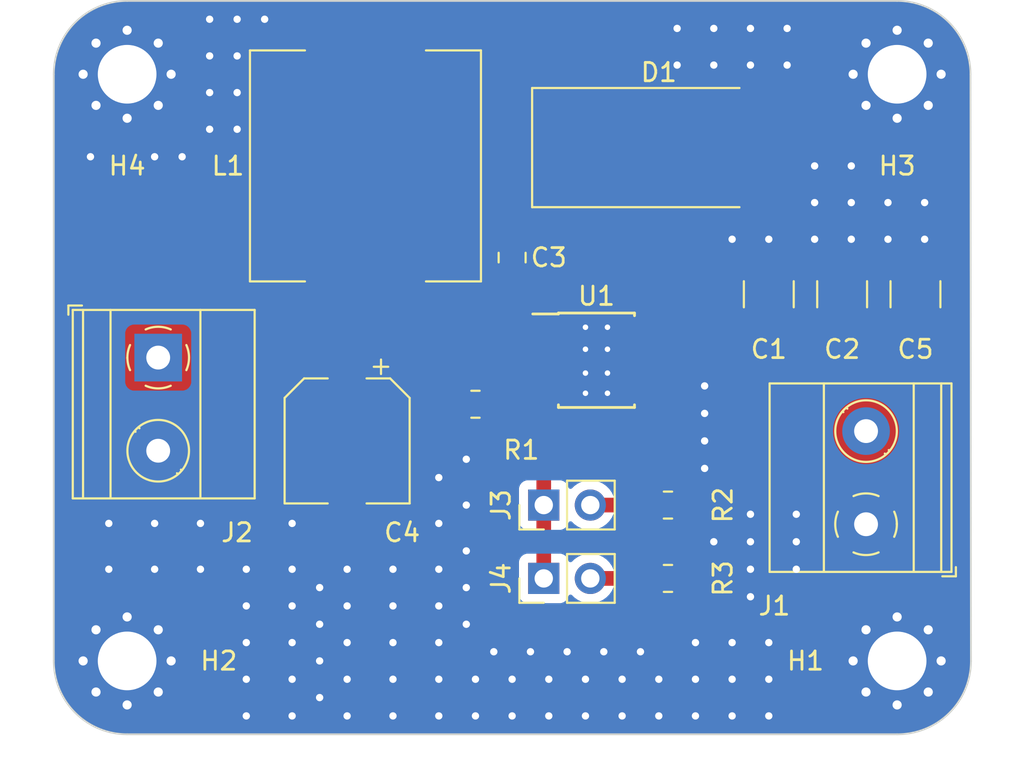
<source format=kicad_pcb>
(kicad_pcb (version 20240108) (generator "pcbnew") (generator_version "8.0")
  (title_block (title "TPS5430-5V,3V3") (date "2024-02-20"))
  (layers (0 "F.Cu" signal) (31 "B.Cu" signal) (34 "B.Paste" user) (35 "F.Paste" user) (36 "B.SilkS" user "B.Silkscreen") (37 "F.SilkS" user "F.Silkscreen") (38 "B.Mask" user) (39 "F.Mask" user) (44 "Edge.Cuts" user))
  (net 0 "")
  (net 1 "/VIN")
  (net 2 "GND")
  (net 3 "Net-(U1-BOOT)")
  (net 4 "/PH")
  (net 5 "/VOUT")
  (net 6 "Net-(J3-Pin_1)")
  (net 7 "Net-(J3-Pin_2)")
  (net 8 "Net-(J4-Pin_2)")
  (footprint "MountingHole:MountingHole_3.2mm_M3_Pad_Via" (layer "F.Cu") (at 127.2975 50.5)
    (property "Reference" "H3" (at 0 5 0) (layer "F.SilkS"))
    (property "Value" "MountingHole_Pad")
    (pad "1" thru_hole circle (at -2.4 0) (size 0.8 0.8) (drill 0.5) (layers "*.Cu" "*.Mask") (net 2 "GND"))
    (pad "1" thru_hole circle (at -1.697056 -1.697056) (size 0.8 0.8) (drill 0.5) (layers "*.Cu" "*.Mask") (net 2 "GND"))
    (pad "1" thru_hole circle (at -1.697056 1.697056) (size 0.8 0.8) (drill 0.5) (layers "*.Cu" "*.Mask") (net 2 "GND"))
    (pad "1" thru_hole circle (at 0 -2.4) (size 0.8 0.8) (drill 0.5) (layers "*.Cu" "*.Mask") (net 2 "GND"))
    (pad "1" thru_hole circle (at 0 0) (size 6.4 6.4) (drill 3.2) (layers "*.Cu" "*.Mask") (net 2 "GND"))
    (pad "1" thru_hole circle (at 0 2.4) (size 0.8 0.8) (drill 0.5) (layers "*.Cu" "*.Mask") (net 2 "GND"))
    (pad "1" thru_hole circle (at 1.697056 -1.697056) (size 0.8 0.8) (drill 0.5) (layers "*.Cu" "*.Mask") (net 2 "GND"))
    (pad "1" thru_hole circle (at 1.697056 1.697056) (size 0.8 0.8) (drill 0.5) (layers "*.Cu" "*.Mask") (net 2 "GND"))
    (pad "1" thru_hole circle (at 2.4 0) (size 0.8 0.8) (drill 0.5) (layers "*.Cu" "*.Mask") (net 2 "GND"))
  )
  (footprint "Capacitor_SMD:C_1210_3225Metric_Pad1.33x2.70mm_HandSolder" (layer "F.Cu") (at 124.2975 62.5 90)
    (property "Reference" "C2" (at -3 0 0) (layer "F.SilkS"))
    (property "Value" "10uF")
    (fp_line (start -0.711252 -1.36) (end 0.711252 -1.36) (stroke (width 0.12)) (layer "F.SilkS"))
    (fp_line (start -0.711252 1.36) (end 0.711252 1.36) (stroke (width 0.12)) (layer "F.SilkS"))
    (pad "1" smd roundrect (at -1.5625 0 90) (size 1.325 2.7) (layers "F.Cu" "F.Paste" "F.Mask") (roundrect_rratio 0.188679) (net 1 "/VIN"))
    (pad "2" smd roundrect (at 1.5625 0 90) (size 1.325 2.7) (layers "F.Cu" "F.Paste" "F.Mask") (roundrect_rratio 0.188679) (net 2 "GND"))
  )
  (footprint "Resistor_SMD:R_0805_2012Metric_Pad1.20x1.40mm_HandSolder" (layer "F.Cu") (at 114.7975 78)
    (property "Reference" "R3" (at 3 0 90) (layer "F.SilkS"))
    (property "Value" "5.90k")
    (fp_line (start -0.227064 -0.735) (end 0.227064 -0.735) (stroke (width 0.12)) (layer "F.SilkS"))
    (fp_line (start -0.227064 0.735) (end 0.227064 0.735) (stroke (width 0.12)) (layer "F.SilkS"))
    (pad "1" smd roundrect (at -1 0) (size 1.2 1.4) (layers "F.Cu" "F.Paste" "F.Mask") (roundrect_rratio 0.208333) (net 8 "Net-(J4-Pin_2)"))
    (pad "2" smd roundrect (at 1 0) (size 1.2 1.4) (layers "F.Cu" "F.Paste" "F.Mask") (roundrect_rratio 0.208333) (net 2 "GND"))
  )
  (footprint "Capacitor_SMD:C_1210_3225Metric_Pad1.33x2.70mm_HandSolder" (layer "F.Cu") (at 128.2975 62.499999 90)
    (property "Reference" "C5" (at -2.999999 0 0) (layer "F.SilkS"))
    (property "Value" "10uF")
    (fp_line (start -0.711252 -1.36) (end 0.711252 -1.36) (stroke (width 0.12)) (layer "F.SilkS"))
    (fp_line (start -0.711252 1.36) (end 0.711252 1.36) (stroke (width 0.12)) (layer "F.SilkS"))
    (pad "1" smd roundrect (at -1.5625 0 90) (size 1.325 2.7) (layers "F.Cu" "F.Paste" "F.Mask") (roundrect_rratio 0.188679) (net 1 "/VIN"))
    (pad "2" smd roundrect (at 1.5625 0 90) (size 1.325 2.7) (layers "F.Cu" "F.Paste" "F.Mask") (roundrect_rratio 0.188679) (net 2 "GND"))
  )
  (footprint "MountingHole:MountingHole_3.2mm_M3_Pad_Via" (layer "F.Cu") (at 85.2975 50.5)
    (property "Reference" "H4" (at 0 5 0) (layer "F.SilkS"))
    (property "Value" "MountingHole_Pad")
    (pad "1" thru_hole circle (at -2.4 0) (size 0.8 0.8) (drill 0.5) (layers "*.Cu" "*.Mask") (net 2 "GND"))
    (pad "1" thru_hole circle (at -1.697056 -1.697056) (size 0.8 0.8) (drill 0.5) (layers "*.Cu" "*.Mask") (net 2 "GND"))
    (pad "1" thru_hole circle (at -1.697056 1.697056) (size 0.8 0.8) (drill 0.5) (layers "*.Cu" "*.Mask") (net 2 "GND"))
    (pad "1" thru_hole circle (at 0 -2.4) (size 0.8 0.8) (drill 0.5) (layers "*.Cu" "*.Mask") (net 2 "GND"))
    (pad "1" thru_hole circle (at 0 0) (size 6.4 6.4) (drill 3.2) (layers "*.Cu" "*.Mask") (net 2 "GND"))
    (pad "1" thru_hole circle (at 0 2.4) (size 0.8 0.8) (drill 0.5) (layers "*.Cu" "*.Mask") (net 2 "GND"))
    (pad "1" thru_hole circle (at 1.697056 -1.697056) (size 0.8 0.8) (drill 0.5) (layers "*.Cu" "*.Mask") (net 2 "GND"))
    (pad "1" thru_hole circle (at 1.697056 1.697056) (size 0.8 0.8) (drill 0.5) (layers "*.Cu" "*.Mask") (net 2 "GND"))
    (pad "1" thru_hole circle (at 2.4 0) (size 0.8 0.8) (drill 0.5) (layers "*.Cu" "*.Mask") (net 2 "GND"))
  )
  (footprint "Capacitor_SMD:C_0805_2012Metric_Pad1.18x1.45mm_HandSolder" (layer "F.Cu") (at 106.2975 60.5 90)
    (property "Reference" "C3" (at 0 2 180) (layer "F.SilkS"))
    (property "Value" "10nF")
    (fp_line (start -0.261252 -0.735) (end 0.261252 -0.735) (stroke (width 0.12)) (layer "F.SilkS"))
    (fp_line (start -0.261252 0.735) (end 0.261252 0.735) (stroke (width 0.12)) (layer "F.SilkS"))
    (pad "1" smd roundrect (at -1.0375 0 90) (size 1.175 1.45) (layers "F.Cu" "F.Paste" "F.Mask") (roundrect_rratio 0.212766) (net 3 "Net-(U1-BOOT)"))
    (pad "2" smd roundrect (at 1.0375 0 90) (size 1.175 1.45) (layers "F.Cu" "F.Paste" "F.Mask") (roundrect_rratio 0.212766) (net 4 "/PH"))
  )
  (footprint "Diode_SMD:D_SMC_Handsoldering" (layer "F.Cu") (at 114.2975 54.5)
    (property "Reference" "D1" (at 0 -4.1 0) (layer "F.SilkS"))
    (property "Value" "D_Schottky")
    (fp_line (start -6.91 -3.25) (end 4.4 -3.25) (stroke (width 0.12)) (layer "F.SilkS"))
    (fp_line (start -6.91 3.25) (end -6.91 -3.25) (stroke (width 0.12)) (layer "F.SilkS"))
    (fp_line (start -6.91 3.25) (end 4.4 3.25) (stroke (width 0.12)) (layer "F.SilkS"))
    (pad "1" smd roundrect (at -4.4 0 90) (size 3.3 4.5) (layers "F.Cu" "F.Paste" "F.Mask") (roundrect_rratio 0.0757575758) (net 4 "/PH"))
    (pad "2" smd roundrect (at 4.4 0 90) (size 3.3 4.5) (layers "F.Cu" "F.Paste" "F.Mask") (roundrect_rratio 0.0757575758) (net 2 "GND"))
  )
  (footprint "Resistor_SMD:R_0805_2012Metric_Pad1.20x1.40mm_HandSolder" (layer "F.Cu") (at 104.2975 68.5)
    (property "Reference" "R1" (at 2.5 2.5 180) (layer "F.SilkS"))
    (property "Value" "10k")
    (fp_line (start -0.227064 -0.735) (end 0.227064 -0.735) (stroke (width 0.12)) (layer "F.SilkS"))
    (fp_line (start -0.227064 0.735) (end 0.227064 0.735) (stroke (width 0.12)) (layer "F.SilkS"))
    (pad "1" smd roundrect (at -1 0) (size 1.2 1.4) (layers "F.Cu" "F.Paste" "F.Mask") (roundrect_rratio 0.208333) (net 5 "/VOUT"))
    (pad "2" smd roundrect (at 1 0) (size 1.2 1.4) (layers "F.Cu" "F.Paste" "F.Mask") (roundrect_rratio 0.208333) (net 6 "Net-(J3-Pin_1)"))
  )
  (footprint "Connector_PinHeader_2.54mm:PinHeader_1x02_P2.54mm_Vertical" (layer "F.Cu") (at 108.0225 78 90)
    (property "Reference" "J4" (at 0 -2.33 90) (layer "F.SilkS"))
    (property "Value" "Conn_01x02_Socket")
    (fp_line (start -1.33 -1.33) (end 0 -1.33) (stroke (width 0.12)) (layer "F.SilkS"))
    (fp_line (start -1.33 0) (end -1.33 -1.33) (stroke (width 0.12)) (layer "F.SilkS"))
    (fp_line (start 1.33 1.27) (end 1.33 3.87) (stroke (width 0.12)) (layer "F.SilkS"))
    (fp_line (start -1.33 1.27) (end 1.33 1.27) (stroke (width 0.12)) (layer "F.SilkS"))
    (fp_line (start -1.33 1.27) (end -1.33 3.87) (stroke (width 0.12)) (layer "F.SilkS"))
    (fp_line (start -1.33 3.87) (end 1.33 3.87) (stroke (width 0.12)) (layer "F.SilkS"))
    (pad "1" thru_hole rect (at 0 0 90) (size 1.7 1.7) (drill 1) (layers "*.Cu" "*.Mask") (net 6 "Net-(J3-Pin_1)"))
    (pad "2" thru_hole oval (at 0 2.54 90) (size 1.7 1.7) (drill 1) (layers "*.Cu" "*.Mask") (net 8 "Net-(J4-Pin_2)"))
  )
  (footprint "MountingHole:MountingHole_3.2mm_M3_Pad_Via" (layer "F.Cu") (at 85.2975 82.5)
    (property "Reference" "H2" (at 5 0 0) (layer "F.SilkS"))
    (property "Value" "MountingHole_Pad")
    (pad "1" thru_hole circle (at -2.4 0) (size 0.8 0.8) (drill 0.5) (layers "*.Cu" "*.Mask") (net 2 "GND"))
    (pad "1" thru_hole circle (at -1.697056 -1.697056) (size 0.8 0.8) (drill 0.5) (layers "*.Cu" "*.Mask") (net 2 "GND"))
    (pad "1" thru_hole circle (at -1.697056 1.697056) (size 0.8 0.8) (drill 0.5) (layers "*.Cu" "*.Mask") (net 2 "GND"))
    (pad "1" thru_hole circle (at 0 -2.4) (size 0.8 0.8) (drill 0.5) (layers "*.Cu" "*.Mask") (net 2 "GND"))
    (pad "1" thru_hole circle (at 0 0) (size 6.4 6.4) (drill 3.2) (layers "*.Cu" "*.Mask") (net 2 "GND"))
    (pad "1" thru_hole circle (at 0 2.4) (size 0.8 0.8) (drill 0.5) (layers "*.Cu" "*.Mask") (net 2 "GND"))
    (pad "1" thru_hole circle (at 1.697056 -1.697056) (size 0.8 0.8) (drill 0.5) (layers "*.Cu" "*.Mask") (net 2 "GND"))
    (pad "1" thru_hole circle (at 1.697056 1.697056) (size 0.8 0.8) (drill 0.5) (layers "*.Cu" "*.Mask") (net 2 "GND"))
    (pad "1" thru_hole circle (at 2.4 0) (size 0.8 0.8) (drill 0.5) (layers "*.Cu" "*.Mask") (net 2 "GND"))
  )
  (footprint "Capacitor_SMD:CP_Elec_6.3x5.9" (layer "F.Cu") (at 97.2975 70.5 -90)
    (property "Reference" "C4" (at 5 -3 180) (layer "F.SilkS"))
    (property "Value" "220uF")
    (fp_line (start -2.345563 3.41) (end 3.41 3.41) (stroke (width 0.12)) (layer "F.SilkS"))
    (fp_line (start 3.41 3.41) (end 3.41 1.06) (stroke (width 0.12)) (layer "F.SilkS"))
    (fp_line (start -3.41 2.345563) (end -2.345563 3.41) (stroke (width 0.12)) (layer "F.SilkS"))
    (fp_line (start -3.41 2.345563) (end -3.41 1.06) (stroke (width 0.12)) (layer "F.SilkS"))
    (fp_line (start -4.4375 -1.8475) (end -3.65 -1.8475) (stroke (width 0.12)) (layer "F.SilkS"))
    (fp_line (start -4.04375 -2.24125) (end -4.04375 -1.45375) (stroke (width 0.12)) (layer "F.SilkS"))
    (fp_line (start -3.41 -2.345563) (end -3.41 -1.06) (stroke (width 0.12)) (layer "F.SilkS"))
    (fp_line (start -3.41 -2.345563) (end -2.345563 -3.41) (stroke (width 0.12)) (layer "F.SilkS"))
    (fp_line (start -2.345563 -3.41) (end 3.41 -3.41) (stroke (width 0.12)) (layer "F.SilkS"))
    (fp_line (start 3.41 -3.41) (end 3.41 -1.06) (stroke (width 0.12)) (layer "F.SilkS"))
    (pad "1" smd roundrect (at -2.8 0 270) (size 3.5 1.6) (layers "F.Cu" "F.Paste" "F.Mask") (roundrect_rratio 0.15625) (net 5 "/VOUT"))
    (pad "2" smd roundrect (at 2.8 0 270) (size 3.5 1.6) (layers "F.Cu" "F.Paste" "F.Mask") (roundrect_rratio 0.15625) (net 2 "GND"))
  )
  (footprint "TerminalBlock_Phoenix:TerminalBlock_Phoenix_MKDS-1,5-2-5.08_1x02_P5.08mm_Horizontal" (layer "F.Cu") (at 125.6025 75.045 90)
    (property "Reference" "J1" (at -4.455 -5 180) (layer "F.SilkS"))
    (property "Value" "Screw_Terminal_01x02")
    (fp_line (start 7.68 -5.261) (end 7.68 4.66) (stroke (width 0.12)) (layer "F.SilkS"))
    (fp_line (start -2.6 -5.261) (end 7.68 -5.261) (stroke (width 0.12)) (layer "F.SilkS"))
    (fp_line (start -2.6 -5.261) (end -2.6 4.66) (stroke (width 0.12)) (layer "F.SilkS"))
    (fp_line (start -2.6 -2.301) (end 7.68 -2.301) (stroke (width 0.12)) (layer "F.SilkS"))
    (fp_line (start 6.15 -1.275) (end 6.115 -1.239) (stroke (width 0.12)) (layer "F.SilkS"))
    (fp_line (start 6.355 -1.069) (end 6.308 -1.023) (stroke (width 0.12)) (layer "F.SilkS"))
    (fp_line (start 3.853 1.023) (end 3.806 1.069) (stroke (width 0.12)) (layer "F.SilkS"))
    (fp_line (start 4.046 1.239) (end 4.011 1.274) (stroke (width 0.12)) (layer "F.SilkS"))
    (fp_line (start -2.6 2.6) (end 7.68 2.6) (stroke (width 0.12)) (layer "F.SilkS"))
    (fp_line (start -2.6 4.1) (end 7.68 4.1) (stroke (width 0.12)) (layer "F.SilkS"))
    (fp_line (start -2.84 4.16) (end -2.84 4.9) (stroke (width 0.12)) (layer "F.SilkS"))
    (fp_line (start -2.6 4.66) (end 7.68 4.66) (stroke (width 0.12)) (layer "F.SilkS"))
    (fp_line (start -2.84 4.9) (end -2.34 4.9) (stroke (width 0.12)) (layer "F.SilkS"))
    (fp_arc (start -0.683042 -1.535427) (mid 0.000524 -1.680501) (end 0.684 -1.535) (stroke (width 0.12)) (layer "F.SilkS"))
    (fp_arc (start 1.535427 -0.683042) (mid 1.680501 0.000524) (end 1.535 0.684) (stroke (width 0.12)) (layer "F.SilkS"))
    (fp_arc (start -1.535427 0.683042) (mid -1.680501 -0.000524) (end -1.535 -0.684) (stroke (width 0.12)) (layer "F.SilkS"))
    (fp_arc (start 0.683318 1.534756) (mid 0.349292 1.643288) (end 0 1.68) (stroke (width 0.12)) (layer "F.SilkS"))
    (fp_arc (start 0.028805 1.680253) (mid -0.335551 1.646659) (end -0.684 1.535) (stroke (width 0.12)) (layer "F.SilkS"))
    (fp_circle (center 5.08 0) (end 6.76 0) (stroke (width 0.12)) (fill none) (layer "F.SilkS"))
    (pad "1" thru_hole rect (at 0 0 90) (size 2.6 2.6) (drill 1.3) (layers "*.Cu" "*.Mask") (net 2 "GND"))
    (pad "2" thru_hole circle (at 5.08 0 90) (size 2.6 2.6) (drill 1.3) (layers "*.Cu" "*.Mask") (net 1 "/VIN"))
  )
  (footprint "TerminalBlock_Phoenix:TerminalBlock_Phoenix_MKDS-1,5-2-5.08_1x02_P5.08mm_Horizontal" (layer "F.Cu") (at 86.9925 65.955 -90)
    (property "Reference" "J2" (at 9.545 -4.305 0) (layer "F.SilkS"))
    (property "Value" "Screw_Terminal_01x02")
    (fp_line (start -2.84 4.9) (end -2.34 4.9) (stroke (width 0.12)) (layer "F.SilkS"))
    (fp_line (start -2.6 4.66) (end 7.68 4.66) (stroke (width 0.12)) (layer "F.SilkS"))
    (fp_line (start -2.84 4.16) (end -2.84 4.9) (stroke (width 0.12)) (layer "F.SilkS"))
    (fp_line (start -2.6 4.1) (end 7.68 4.1) (stroke (width 0.12)) (layer "F.SilkS"))
    (fp_line (start -2.6 2.6) (end 7.68 2.6) (stroke (width 0.12)) (layer "F.SilkS"))
    (fp_line (start 4.046 1.239) (end 4.011 1.274) (stroke (width 0.12)) (layer "F.SilkS"))
    (fp_line (start 3.853 1.023) (end 3.806 1.069) (stroke (width 0.12)) (layer "F.SilkS"))
    (fp_line (start 6.355 -1.069) (end 6.308 -1.023) (stroke (width 0.12)) (layer "F.SilkS"))
    (fp_line (start 6.15 -1.275) (end 6.115 -1.239) (stroke (width 0.12)) (layer "F.SilkS"))
    (fp_line (start -2.6 -2.301) (end 7.68 -2.301) (stroke (width 0.12)) (layer "F.SilkS"))
    (fp_line (start -2.6 -5.261) (end -2.6 4.66) (stroke (width 0.12)) (layer "F.SilkS"))
    (fp_line (start -2.6 -5.261) (end 7.68 -5.261) (stroke (width 0.12)) (layer "F.SilkS"))
    (fp_line (start 7.68 -5.261) (end 7.68 4.66) (stroke (width 0.12)) (layer "F.SilkS"))
    (fp_arc (start 0.028805 1.680253) (mid -0.335551 1.646659) (end -0.684 1.535) (stroke (width 0.12)) (layer "F.SilkS"))
    (fp_arc (start 0.683318 1.534756) (mid 0.349292 1.643288) (end 0 1.68) (stroke (width 0.12)) (layer "F.SilkS"))
    (fp_arc (start -1.535427 0.683042) (mid -1.680501 -0.000524) (end -1.535 -0.684) (stroke (width 0.12)) (layer "F.SilkS"))
    (fp_arc (start 1.535427 -0.683042) (mid 1.680501 0.000524) (end 1.535 0.684) (stroke (width 0.12)) (layer "F.SilkS"))
    (fp_arc (start -0.683042 -1.535427) (mid 0.000524 -1.680501) (end 0.684 -1.535) (stroke (width 0.12)) (layer "F.SilkS"))
    (fp_circle (center 5.08 0) (end 6.76 0) (stroke (width 0.12)) (fill none) (layer "F.SilkS"))
    (pad "1" thru_hole rect (at 0 0 270) (size 2.6 2.6) (drill 1.3) (layers "*.Cu" "*.Mask") (net 5 "/VOUT"))
    (pad "2" thru_hole circle (at 5.08 0 270) (size 2.6 2.6) (drill 1.3) (layers "*.Cu" "*.Mask") (net 2 "GND"))
  )
  (footprint "Connector_PinHeader_2.54mm:PinHeader_1x02_P2.54mm_Vertical" (layer "F.Cu") (at 108.0225 74 90)
    (property "Reference" "J3" (at 0 -2.33 90) (layer "F.SilkS"))
    (property "Value" "Conn_01x02_Socket")
    (fp_line (start -1.33 -1.33) (end 0 -1.33) (stroke (width 0.12)) (layer "F.SilkS"))
    (fp_line (start -1.33 0) (end -1.33 -1.33) (stroke (width 0.12)) (layer "F.SilkS"))
    (fp_line (start 1.33 1.27) (end 1.33 3.87) (stroke (width 0.12)) (layer "F.SilkS"))
    (fp_line (start -1.33 1.27) (end 1.33 1.27) (stroke (width 0.12)) (layer "F.SilkS"))
    (fp_line (start -1.33 1.27) (end -1.33 3.87) (stroke (width 0.12)) (layer "F.SilkS"))
    (fp_line (start -1.33 3.87) (end 1.33 3.87) (stroke (width 0.12)) (layer "F.SilkS"))
    (pad "1" thru_hole rect (at 0 0 90) (size 1.7 1.7) (drill 1) (layers "*.Cu" "*.Mask") (net 6 "Net-(J3-Pin_1)"))
    (pad "2" thru_hole oval (at 0 2.54 90) (size 1.7 1.7) (drill 1) (layers "*.Cu" "*.Mask") (net 7 "Net-(J3-Pin_2)"))
  )
  (footprint "Resistor_SMD:R_0805_2012Metric_Pad1.20x1.40mm_HandSolder" (layer "F.Cu") (at 114.7975 74)
    (property "Reference" "R2" (at 3 0 90) (layer "F.SilkS"))
    (property "Value" "3.24k")
    (fp_line (start -0.227064 -0.735) (end 0.227064 -0.735) (stroke (width 0.12)) (layer "F.SilkS"))
    (fp_line (start -0.227064 0.735) (end 0.227064 0.735) (stroke (width 0.12)) (layer "F.SilkS"))
    (pad "1" smd roundrect (at -1 0) (size 1.2 1.4) (layers "F.Cu" "F.Paste" "F.Mask") (roundrect_rratio 0.208333) (net 7 "Net-(J3-Pin_2)"))
    (pad "2" smd roundrect (at 1 0) (size 1.2 1.4) (layers "F.Cu" "F.Paste" "F.Mask") (roundrect_rratio 0.208333) (net 2 "GND"))
  )
  (footprint "Package_SO:TI_SO-PowerPAD-8_ThermalVias" (layer "F.Cu") (at 110.8975 66.1)
    (property "Reference" "U1" (at 0 -3.5 0) (layer "F.SilkS"))
    (property "Value" "TPS5430DDA")
    (fp_line (start -2.075 -2.575) (end -2.075 -2.525) (stroke (width 0.15)) (layer "F.SilkS"))
    (fp_line (start -2.075 -2.575) (end 2.075 -2.575) (stroke (width 0.15)) (layer "F.SilkS"))
    (fp_line (start -2.075 -2.525) (end -3.475 -2.525) (stroke (width 0.15)) (layer "F.SilkS"))
    (fp_line (start -2.075 2.575) (end -2.075 2.43) (stroke (width 0.15)) (layer "F.SilkS"))
    (fp_line (start -2.075 2.575) (end 2.075 2.575) (stroke (width 0.15)) (layer "F.SilkS"))
    (fp_line (start 2.075 -2.575) (end 2.075 -2.43) (stroke (width 0.15)) (layer "F.SilkS"))
    (fp_line (start 2.075 2.575) (end 2.075 2.43) (stroke (width 0.15)) (layer "F.SilkS"))
    (pad "1" smd rect (at -2.7 -1.905) (size 1.55 0.6) (layers "F.Cu" "F.Paste" "F.Mask") (net 3 "Net-(U1-BOOT)"))
    (pad "2" smd rect (at -2.7 -0.635) (size 1.55 0.6) (layers "F.Cu" "F.Paste" "F.Mask"))
    (pad "3" smd rect (at -2.7 0.635) (size 1.55 0.6) (layers "F.Cu" "F.Paste" "F.Mask"))
    (pad "4" smd rect (at -2.7 1.905) (size 1.55 0.6) (layers "F.Cu" "F.Paste" "F.Mask") (net 6 "Net-(J3-Pin_1)"))
    (pad "5" smd rect (at 2.7 1.905) (size 1.55 0.6) (layers "F.Cu" "F.Paste" "F.Mask"))
    (pad "6" smd rect (at 2.7 0.635) (size 1.55 0.6) (layers "F.Cu" "F.Paste" "F.Mask") (net 2 "GND"))
    (pad "7" smd rect (at 2.7 -0.635) (size 1.55 0.6) (layers "F.Cu" "F.Paste" "F.Mask") (net 1 "/VIN"))
    (pad "8" smd rect (at 2.7 -1.905) (size 1.55 0.6) (layers "F.Cu" "F.Paste" "F.Mask") (net 4 "/PH"))
    (pad "9" thru_hole circle (at -0.6 -1.8) (size 0.6 0.6) (drill 0.3) (layers "*.Cu") (net 2 "GND"))
    (pad "9" thru_hole circle (at -0.6 -0.6) (size 0.6 0.6) (drill 0.3) (layers "*.Cu") (net 2 "GND"))
    (pad "9" thru_hole circle (at -0.6 0.7) (size 0.6 0.6) (drill 0.3) (layers "*.Cu") (net 2 "GND"))
    (pad "9" thru_hole circle (at -0.6 1.8) (size 0.6 0.6) (drill 0.3) (layers "*.Cu") (net 2 "GND"))
    (pad "9" smd rect (at 0 0) (size 2.6 3.1) (layers "F.Cu" "F.Paste" "F.Mask") (net 2 "GND"))
    (pad "9" smd rect (at 0 0) (size 2.95 4.5) (layers "F.Cu") (net 2 "GND"))
    (pad "9" smd rect (at 0 0) (size 2.95 4.5) (layers "B.Cu") (net 2 "GND"))
    (pad "9" thru_hole circle (at 0.6 -1.8) (size 0.6 0.6) (drill 0.3) (layers "*.Cu") (net 2 "GND"))
    (pad "9" thru_hole circle (at 0.6 -0.6) (size 0.6 0.6) (drill 0.3) (layers "*.Cu") (net 2 "GND"))
    (pad "9" thru_hole circle (at 0.6 0.7) (size 0.6 0.6) (drill 0.3) (layers "*.Cu") (net 2 "GND"))
    (pad "9" thru_hole circle (at 0.6 1.8) (size 0.6 0.6) (drill 0.3) (layers "*.Cu") (net 2 "GND"))
  )
  (footprint "Capacitor_SMD:C_1210_3225Metric_Pad1.33x2.70mm_HandSolder" (layer "F.Cu") (at 120.2975 62.5 90)
    (property "Reference" "C1" (at -3 0 0) (layer "F.SilkS"))
    (property "Value" "10uF")
    (fp_line (start -0.711252 -1.36) (end 0.711252 -1.36) (stroke (width 0.12)) (layer "F.SilkS"))
    (fp_line (start -0.711252 1.36) (end 0.711252 1.36) (stroke (width 0.12)) (layer "F.SilkS"))
    (pad "1" smd roundrect (at -1.5625 0 90) (size 1.325 2.7) (layers "F.Cu" "F.Paste" "F.Mask") (roundrect_rratio 0.188679) (net 1 "/VIN"))
    (pad "2" smd roundrect (at 1.5625 0 90) (size 1.325 2.7) (layers "F.Cu" "F.Paste" "F.Mask") (roundrect_rratio 0.188679) (net 2 "GND"))
  )
  (footprint "MountingHole:MountingHole_3.2mm_M3_Pad_Via" (layer "F.Cu") (at 127.2975 82.5)
    (property "Reference" "H1" (at -5 0 0) (layer "F.SilkS"))
    (property "Value" "MountingHole_Pad")
    (pad "1" thru_hole circle (at -2.4 0) (size 0.8 0.8) (drill 0.5) (layers "*.Cu" "*.Mask") (net 2 "GND"))
    (pad "1" thru_hole circle (at -1.697056 -1.697056) (size 0.8 0.8) (drill 0.5) (layers "*.Cu" "*.Mask") (net 2 "GND"))
    (pad "1" thru_hole circle (at -1.697056 1.697056) (size 0.8 0.8) (drill 0.5) (layers "*.Cu" "*.Mask") (net 2 "GND"))
    (pad "1" thru_hole circle (at 0 -2.4) (size 0.8 0.8) (drill 0.5) (layers "*.Cu" "*.Mask") (net 2 "GND"))
    (pad "1" thru_hole circle (at 0 0) (size 6.4 6.4) (drill 3.2) (layers "*.Cu" "*.Mask") (net 2 "GND"))
    (pad "1" thru_hole circle (at 0 2.4) (size 0.8 0.8) (drill 0.5) (layers "*.Cu" "*.Mask") (net 2 "GND"))
    (pad "1" thru_hole circle (at 1.697056 -1.697056) (size 0.8 0.8) (drill 0.5) (layers "*.Cu" "*.Mask") (net 2 "GND"))
    (pad "1" thru_hole circle (at 1.697056 1.697056) (size 0.8 0.8) (drill 0.5) (layers "*.Cu" "*.Mask") (net 2 "GND"))
    (pad "1" thru_hole circle (at 2.4 0) (size 0.8 0.8) (drill 0.5) (layers "*.Cu" "*.Mask") (net 2 "GND"))
  )
  (footprint "Inductor_SMD:L_Wuerth_WE-PD-Typ-LS_Handsoldering" (layer "F.Cu") (at 98.2975 55.5 -90)
    (property "Reference" "L1" (at 0 7.5 180) (layer "F.SilkS"))
    (property "Value" "22uH")
    (fp_line (start -6.3 6.3) (end -6.3 3.3) (stroke (width 0.12)) (layer "F.SilkS"))
    (fp_line (start 6.3 6.3) (end -6.3 6.3) (stroke (width 0.12)) (layer "F.SilkS"))
    (fp_line (start 6.3 3.3) (end 6.3 6.3) (stroke (width 0.12)) (layer "F.SilkS"))
    (fp_line (start -6.3 -3.3) (end -6.3 -6.3) (stroke (width 0.12)) (layer "F.SilkS"))
    (fp_line (start -6.3 -6.3) (end 6.3 -6.3) (stroke (width 0.12)) (layer "F.SilkS"))
    (fp_line (start 6.3 -6.3) (end 6.3 -3.3) (stroke (width 0.12)) (layer "F.SilkS"))
    (pad "1" smd rect (at -5.9 0 270) (size 4.9 5.4) (layers "F.Cu" "F.Paste" "F.Mask") (net 4 "/PH"))
    (pad "2" smd rect (at 5.9 0 270) (size 4.9 5.4) (layers "F.Cu" "F.Paste" "F.Mask") (net 5 "/VOUT"))
  )
  (gr_arc (start 81.2975 50.5) (mid 82.469073 47.671573) (end 85.2975 46.5) (stroke (width 0.1)) (layer "Edge.Cuts"))
  (gr_line (start 81.2975 50.5) (end 81.2975 82.5) (stroke (width 0.1)) (layer "Edge.Cuts"))
  (gr_arc (start 131.32298 82.5) (mid 130.142389 85.33745) (end 127.2975 86.499999) (stroke (width 0.1)) (layer "Edge.Cuts"))
  (gr_line (start 131.32298 82.5) (end 131.2975 50.5) (stroke (width 0.1)) (layer "Edge.Cuts"))
  (gr_arc (start 127.2975 46.5) (mid 130.125927 47.671573) (end 131.2975 50.5) (stroke (width 0.1)) (layer "Edge.Cuts"))
  (gr_arc (start 85.2975 86.5) (mid 82.469073 85.328427) (end 81.2975 82.5) (stroke (width 0.1)) (layer "Edge.Cuts"))
  (gr_line (start 127.2975 46.5) (end 85.2975 46.5) (stroke (width 0.1)) (layer "Edge.Cuts"))
  (gr_line (start 85.2975 86.5) (end 127.2975 86.499999) (stroke (width 0.1)) (layer "Edge.Cuts"))
  (segment (start 128.297499 64.0625) (end 128.2975 64.062499) (width 0.6) (layer "F.Cu") (net 1))
  (segment (start 128.297499 60.9375) (end 128.2975 60.937499) (width 0.8) (layer "F.Cu") (net 2))
  (via (at 119.2975 48) (size 0.8) (drill 0.4) (layers "F.Cu" "B.Cu") (net 2))
  (via (at 89.7975 47.5) (size 0.8) (drill 0.4) (layers "F.Cu" "B.Cu") (net 2))
  (via (at 128.7975 57.5) (size 0.8) (drill 0.4) (layers "F.Cu" "B.Cu") (net 2))
  (via (at 102.2975 75) (size 0.8) (drill 0.4) (layers "F.Cu" "B.Cu") (net 2))
  (via (at 102.2975 72.5) (size 0.8) (drill 0.4) (layers "F.Cu" "B.Cu") (net 2))
  (via (at 116.2975 81.5) (size 0.8) (drill 0.4) (layers "F.Cu" "B.Cu") (net 2))
  (via (at 110.2975 85.5) (size 0.8) (drill 0.4) (layers "F.Cu" "B.Cu") (net 2))
  (via (at 88.2975 55) (size 0.8) (drill 0.4) (layers "F.Cu" "B.Cu") (net 2))
  (via (at 102.2975 79.5) (size 0.8) (drill 0.4) (layers "F.Cu" "B.Cu") (net 2))
  (via (at 94.2975 75) (size 0.8) (drill 0.4) (layers "F.Cu" "B.Cu") (net 2))
  (via (at 92.7975 47.5) (size 0.8) (drill 0.4) (layers "F.Cu" "B.Cu") (net 2))
  (via (at 86.7975 77.5) (size 0.8) (drill 0.4) (layers "F.Cu" "B.Cu") (net 2))
  (via (at 89.2975 75) (size 0.8) (drill 0.4) (layers "F.Cu" "B.Cu") (net 2))
  (via (at 116.7975 70.5) (size 0.8) (drill 0.4) (layers "F.Cu" "B.Cu") (net 2))
  (via (at 115.2975 50) (size 0.8) (drill 0.4) (layers "F.Cu" "B.Cu") (net 2))
  (via (at 95.7975 84.5) (size 0.8) (drill 0.4) (layers "F.Cu" "B.Cu") (net 2))
  (via (at 95.7975 80.5) (size 0.8) (drill 0.4) (layers "F.Cu" "B.Cu") (net 2))
  (via (at 84.2975 77.5) (size 0.8) (drill 0.4) (layers "F.Cu" "B.Cu") (net 2))
  (via (at 108.2975 85.5) (size 0.8) (drill 0.4) (layers "F.Cu" "B.Cu") (net 2))
  (via (at 122.7975 59.5) (size 0.8) (drill 0.4) (layers "F.Cu" "B.Cu") (net 2))
  (via (at 112.2975 83.5) (size 0.8) (drill 0.4) (layers "F.Cu" "B.Cu") (net 2))
  (via (at 94.2975 85.5) (size 0.8) (drill 0.4) (layers "F.Cu" "B.Cu") (net 2))
  (via (at 83.2975 55) (size 0.8) (drill 0.4) (layers "F.Cu" "B.Cu") (net 2))
  (via (at 120.2975 85.5) (size 0.8) (drill 0.4) (layers "F.Cu" "B.Cu") (net 2))
  (via (at 121.7975 74.5) (size 0.8) (drill 0.4) (layers "F.Cu" "B.Cu") (net 2))
  (via (at 122.7975 55.5) (size 0.8) (drill 0.4) (layers "F.Cu" "B.Cu") (net 2))
  (via (at 120.2975 59.5) (size 0.8) (drill 0.4) (layers "F.Cu" "B.Cu") (net 2))
  (via (at 97.2975 85.5) (size 0.8) (drill 0.4) (layers "F.Cu" "B.Cu") (net 2))
  (via (at 99.7975 85.5) (size 0.8) (drill 0.4) (layers "F.Cu" "B.Cu") (net 2))
  (via (at 103.7975 78.5) (size 0.8) (drill 0.4) (layers "F.Cu" "B.Cu") (net 2))
  (via (at 104.2975 85.5) (size 0.8) (drill 0.4) (layers "F.Cu" "B.Cu") (net 2))
  (via (at 126.7975 59.5) (size 0.8) (drill 0.4) (layers "F.Cu" "B.Cu") (net 2))
  (via (at 94.2975 77.5) (size 0.8) (drill 0.4) (layers "F.Cu" "B.Cu") (net 2))
  (via (at 89.7975 49.5) (size 0.8) (drill 0.4) (layers "F.Cu" "B.Cu") (net 2))
  (via (at 91.7975 79.5) (size 0.8) (drill 0.4) (layers "F.Cu" "B.Cu") (net 2))
  (via (at 103.7975 74) (size 0.8) (drill 0.4) (layers "F.Cu" "B.Cu") (net 2))
  (via (at 102.2975 77.5) (size 0.8) (drill 0.4) (layers "F.Cu" "B.Cu") (net 2))
  (via (at 94.2975 79.5) (size 0.8) (drill 0.4) (layers "F.Cu" "B.Cu") (net 2))
  (via (at 119.2975 74.5) (size 0.8) (drill 0.4) (layers "F.Cu" "B.Cu") (net 2))
  (via (at 103.7975 76.5) (size 0.8) (drill 0.4) (layers "F.Cu" "B.Cu") (net 2))
  (via (at 102.2975 83.5) (size 0.8) (drill 0.4) (layers "F.Cu" "B.Cu") (net 2))
  (via (at 99.7975 81.5) (size 0.8) (drill 0.4) (layers "F.Cu" "B.Cu") (net 2))
  (via (at 97.2975 79.5) (size 0.8) (drill 0.4) (layers "F.Cu" "B.Cu") (net 2))
  (via (at 103.7975 80.5) (size 0.8) (drill 0.4) (layers "F.Cu" "B.Cu") (net 2))
  (via (at 114.2975 83.5) (size 0.8) (drill 0.4) (layers "F.Cu" "B.Cu") (net 2))
  (via (at 97.2975 81.5) (size 0.8) (drill 0.4) (layers "F.Cu" "B.Cu") (net 2))
  (via (at 99.7975 77.5) (size 0.8) (drill 0.4) (layers "F.Cu" "B.Cu") (net 2))
  (via (at 102.2975 81.5) (size 0.8) (drill 0.4) (layers "F.Cu" "B.Cu") (net 2))
  (via (at 115.2975 48) (size 0.8) (drill 0.4) (layers "F.Cu" "B.Cu") (net 2))
  (via (at 95.7975 78.5) (size 0.8) (drill 0.4) (layers "F.Cu" "B.Cu") (net 2))
  (via (at 112.2975 85.5) (size 0.8) (drill 0.4) (layers "F.Cu" "B.Cu") (net 2))
  (via (at 117.2975 76) (size 0.8) (drill 0.4) (layers "F.Cu" "B.Cu") (net 2))
  (via (at 119.2975 77.5) (size 0.8) (drill 0.4) (layers "F.Cu" "B.Cu") (net 2))
  (via (at 120.2975 81.5) (size 0.8) (drill 0.4) (layers "F.Cu" "B.Cu") (net 2))
  (via (at 121.2975 50) (size 0.8) (drill 0.4) (layers "F.Cu" "B.Cu") (net 2))
  (via (at 91.2975 51.5) (size 0.8) (drill 0.4) (layers "F.Cu" "B.Cu") (net 2))
  (via (at 97.2975 77.5) (size 0.8) (drill 0.4) (layers "F.Cu" "B.Cu") (net 2))
  (via (at 111.2975 82) (size 0.8) (drill 0.4) (layers "F.Cu" "B.Cu") (net 2))
  (via (at 118.2975 81.5) (size 0.8) (drill 0.4) (layers "F.Cu" "B.Cu") (net 2))
  (via (at 89.7975 53.5) (size 0.8) (drill 0.4) (layers "F.Cu" "B.Cu") (net 2))
  (via (at 116.2975 85.5) (size 0.8) (drill 0.4) (layers "F.Cu" "B.Cu") (net 2))
  (via (at 108.2975 83.5) (size 0.8) (drill 0.4) (layers "F.Cu" "B.Cu") (net 2))
  (via (at 103.7975 71.5) (size 0.8) (drill 0.4) (layers "F.Cu" "B.Cu") (net 2))
  (via (at 121.7975 76) (size 0.8) (drill 0.4) (layers "F.Cu" "B.Cu") (net 2))
  (via (at 118.2975 83.5) (size 0.8) (drill 0.4) (layers "F.Cu" "B.Cu") (net 2))
  (via (at 121.2975 48) (size 0.8) (drill 0.4) (layers "F.Cu" "B.Cu") (net 2))
  (via (at 91.2975 49.5) (size 0.8) (drill 0.4) (layers "F.Cu" "B.Cu") (net 2))
  (via (at 128.7975 59.5) (size 0.8) (drill 0.4) (layers "F.Cu" "B.Cu") (net 2))
  (via (at 124.7975 57.5) (size 0.8) (drill 0.4) (layers "F.Cu" "B.Cu") (net 2))
  (via (at 116.7975 69) (size 0.8) (drill 0.4) (layers "F.Cu" "B.Cu") (net 2))
  (via (at 89.7975 51.5) (size 0.8) (drill 0.4) (layers "F.Cu" "B.Cu") (net 2))
  (via (at 106.2975 83.5) (size 0.8) (drill 0.4) (layers "F.Cu" "B.Cu") (net 2))
  (via (at 94.2975 81.5) (size 0.8) (drill 0.4) (layers "F.Cu" "B.Cu") (net 2))
  (via (at 124.7975 55.5) (size 0.8) (drill 0.4) (layers "F.Cu" "B.Cu") (net 2))
  (via (at 102.2975 85.5) (size 0.8) (drill 0.4) (layers "F.Cu" "B.Cu") (net 2))
  (via (at 91.7975 83.5) (size 0.8) (drill 0.4) (layers "F.Cu" "B.Cu") (net 2))
  (via (at 104.2975 83.5) (size 0.8) (drill 0.4) (layers "F.Cu" "B.Cu") (net 2))
  (via (at 116.7975 72) (size 0.8) (drill 0.4) (layers "F.Cu" "B.Cu") (net 2))
  (via (at 86.7975 55) (size 0.8) (drill 0.4) (layers "F.Cu" "B.Cu") (net 2))
  (via (at 118.2975 59.5) (size 0.8) (drill 0.4) (layers "F.Cu" "B.Cu") (net 2))
  (via (at 91.7975 81.5) (size 0.8) (drill 0.4) (layers "F.Cu" "B.Cu") (net 2))
  (via (at 119.2975 50) (size 0.8) (drill 0.4) (layers "F.Cu" "B.Cu") (net 2))
  (via (at 122.7975 57.5) (size 0.8) (drill 0.4) (layers "F.Cu" "B.Cu") (net 2))
  (via (at 91.7975 85.5) (size 0.8) (drill 0.4) (layers "F.Cu" "B.Cu") (net 2))
  (via (at 91.2975 47.5) (size 0.8) (drill 0.4) (layers "F.Cu" "B.Cu") (net 2))
  (via (at 114.2975 85.5) (size 0.8) (drill 0.4) (layers "F.Cu" "B.Cu") (net 2))
  (via (at 118.2975 85.5) (size 0.8) (drill 0.4) (layers "F.Cu" "B.Cu") (net 2))
  (via (at 84.2975 75) (size 0.8) (drill 0.4) (layers "F.Cu" "B.Cu") (net 2))
  (via (at 86.7975 75) (size 0.8) (drill 0.4) (layers "F.Cu" "B.Cu") (net 2))
  (via (at 89.2975 77.5) (size 0.8) (drill 0.4) (layers "F.Cu" "B.Cu") (net 2))
  (via (at 124.7975 59.5) (size 0.8) (drill 0.4) (layers "F.Cu" "B.Cu") (net 2))
  (via (at 97.2975 83.5) (size 0.8) (drill 0.4) (layers "F.Cu" "B.Cu") (net 2))
  (via (at 106.2975 85.5) (size 0.8) (drill 0.4) (layers "F.Cu" "B.Cu") (net 2))
  (via (at 126.7975 57.5) (size 0.8) (drill 0.4) (layers "F.Cu" "B.Cu") (net 2))
  (via (at 117.2975 48) (size 0.8) (drill 0.4) (layers "F.Cu" "B.Cu") (net 2))
  (via (at 95.7975 82.5) (size 0.8) (drill 0.4) (layers "F.Cu" "B.Cu") (net 2))
  (via (at 91.7975 77.5) (size 0.8) (drill 0.4) (layers "F.Cu" "B.Cu") (net 2))
  (via (at 91.2975 53.5) (size 0.8) (drill 0.4) (layers "F.Cu" "B.Cu") (net 2))
  (via (at 116.2975 83.5) (size 0.8) (drill 0.4) (layers "F.Cu" "B.Cu") (net 2))
  (via (at 110.2975 83.5) (size 0.8) (drill 0.4) (layers "F.Cu" "B.Cu") (net 2))
  (via (at 99.7975 79.5) (size 0.8) (drill 0.4) (layers "F.Cu" "B.Cu") (net 2))
  (via (at 99.7975 83.5) (size 0.8) (drill 0.4) (layers "F.Cu" "B.Cu") (net 2))
  (via (at 116.7975 67.5) (size 0.8) (drill 0.4) (layers "F.Cu" "B.Cu") (net 2))
  (via (at 107.2975 82) (size 0.8) (drill 0.4) (layers "F.Cu" "B.Cu") (net 2))
  (via (at 94.2975 83.5) (size 0.8) (drill 0.4) (layers "F.Cu" "B.Cu") (net 2))
  (via (at 109.2975 82) (size 0.8) (drill 0.4) (layers "F.Cu" "B.Cu") (net 2))
  (via (at 117.2975 50) (size 0.8) (drill 0.4) (layers "F.Cu" "B.Cu") (net 2))
  (via (at 105.2975 82) (size 0.8) (drill 0.4) (layers "F.Cu" "B.Cu") (net 2))
  (via (at 119.2975 79) (size 0.8) (drill 0.4) (layers "F.Cu" "B.Cu") (net 2))
  (via (at 120.2975 83.5) (size 0.8) (drill 0.4) (layers "F.Cu" "B.Cu") (net 2))
  (via (at 121.7975 77.5) (size 0.8) (drill 0.4) (layers "F.Cu" "B.Cu") (net 2))
  (via (at 119.2975 76) (size 0.8) (drill 0.4) (layers "F.Cu" "B.Cu") (net 2))
  (via (at 113.2975 82) (size 0.8) (drill 0.4) (layers "F.Cu" "B.Cu") (net 2))
  (segment (start 108.2975 64.095) (end 108.1975 64.195) (width 0.3) (layer "F.Cu") (net 3))
  (segment (start 107.7025 68.5) (end 108.1975 68.005) (width 0.8) (layer "F.Cu") (net 6))
  (segment (start 108.0225 74) (end 108.0225 68.82) (width 0.8) (layer "F.Cu") (net 6))
  (segment (start 108.0225 68.82) (end 107.7025 68.5) (width 0.8) (layer "F.Cu") (net 6))
  (segment (start 105.2975 68.5) (end 107.7025 68.5) (width 0.8) (layer "F.Cu") (net 6))
  (segment (start 108.0225 78) (end 108.0225 74) (width 0.8) (layer "F.Cu") (net 6))
  (segment (start 107.7925 68.005) (end 108.1975 68.005) (width 0.3) (layer "F.Cu") (net 6))
  (segment (start 110.5625 74) (end 113.7975 74) (width 0.8) (layer "F.Cu") (net 7))
  (segment (start 110.5625 78) (end 113.7975 78) (width 0.8) (layer "F.Cu") (net 8))
  (zone (net 2) (net_name "GND") (layer "F.Cu") (priority 7) (connect_pads yes (clearance 0.5)) (min_thickness 0.25) (fill yes (thermal_gap 0.5) (thermal_bridge_width 0.5) (smoothing fillet) (radius 0.5))
    (polygon (pts (xy 81.2975 46.5) (xy 94.2975 46.5) (xy 94.2975 57) (xy 81.2975 57)))
  )
  (zone (net 5) (net_name "/VOUT") (layer "F.Cu") (priority 4) (connect_pads yes (clearance 0.5)) (min_thickness 0.25) (fill yes (thermal_gap 0.5) (thermal_bridge_width 0.5) (smoothing fillet) (radius 0.5))
    (polygon (pts (xy 81.2975 57.5) (xy 81.2975 68.5) (xy 95.2975 68.5) (xy 96.2975 70) (xy 104.2975 70) (xy 104.2975 57.5)))
  )
  (zone (net 1) (net_name "/VIN") (layer "F.Cu") (priority 1) (connect_pads yes (clearance 0.5)) (min_thickness 0.25) (fill yes (thermal_gap 0.5) (thermal_bridge_width 0.5) (smoothing fillet) (radius 0.5))
    (polygon (pts (xy 112.7975 65) (xy 112.7975 66) (xy 118.2975 66) (xy 119.2975 67) (xy 119.2975 72.5) (xy 131.2975 72.5) (xy 131.2975 62.5) (xy 115.2975 62.5) (xy 115.2975 65)))
  )
  (zone (net 2) (net_name "GND") (layer "F.Cu") (priority 6) (connect_pads yes (clearance 0.5)) (min_thickness 0.25) (fill yes (thermal_gap 0.5) (thermal_bridge_width 0.5) (smoothing fillet) (radius 0.5))
    (polygon (pts (xy 113.2975 46.5) (xy 113.2975 56.5) (xy 117.2975 62) (xy 131.2975 62) (xy 131.2975 46.5) (xy 112.7975 46.5)))
  )
  (zone (net 2) (net_name "GND") (layer "F.Cu") (priority 5) (connect_pads yes (clearance 0.5)) (min_thickness 0.25) (fill yes (thermal_gap 0.5) (thermal_bridge_width 0.5) (smoothing fillet) (radius 0.5))
    (polygon (pts (xy 81.2975 69) (xy 94.7975 69) (xy 95.7975 70.5) (xy 105.2975 70.5) (xy 105.2975 80.5) (xy 105.7975 81) (xy 114.2975 81) (xy 114.7975 80.5) (xy 114.7975 67.5) (xy 113.83145 67.230772) (xy 112.786215 67.199099) (xy 112.621268 67.023587) (xy 112.615761 66.456342) (xy 112.797499 66.175472) (xy 114.813149 66.186487) (xy 117.992227 66.226728) (xy 118.7975 67) (xy 118.7975 73) (xy 131.2975 73) (xy 131.2975 86.5) (xy 81.2975 86.5)))
  )
  (zone (net 3) (net_name "Net-(U1-BOOT)") (layer "F.Cu") (priority 3) (connect_pads yes (clearance 0.5)) (min_thickness 0.25) (fill yes (thermal_gap 0.5) (thermal_bridge_width 0.5) (smoothing fillet) (radius 0.5))
    (polygon (pts (xy 105.2975 61.5) (xy 105.2975 65) (xy 109.2975 65) (xy 109.2975 63.5) (xy 107.297499 60.775067) (xy 105.314947 60.786268)))
  )
  (zone (net 4) (net_name "/PH") (layer "F.Cu") (priority 2) (connect_pads yes (clearance 0.5)) (min_thickness 0.25) (fill yes (thermal_gap 0.5) (thermal_bridge_width 0.5) (smoothing fillet) (radius 0.5))
    (polygon (pts (xy 94.7975 47) (xy 95.2975 46.5) (xy 112.7975 46.5) (xy 112.7975 57) (xy 114.7975 59) (xy 114.7975 64.5) (xy 112.7975 64.5) (xy 112.7975 63) (xy 109.7975 60.5) (xy 105.2975 60.5) (xy 104.7975 60) (xy 104.7975 56.5) (xy 104.2975 56) (xy 94.7975 56)))
  )
  (zone (net 2) (net_name "GND") (layer "B.Cu") (connect_pads yes (clearance 0.5)) (min_thickness 0.25) (fill yes (thermal_gap 0.5) (thermal_bridge_width 0.5) (smoothing fillet) (radius 0.5))
    (polygon (pts (xy 81.2975 46.5) (xy 131.2975 46.5) (xy 131.2975 86.5) (xy 81.2975 86.5)))
  )
)
</source>
